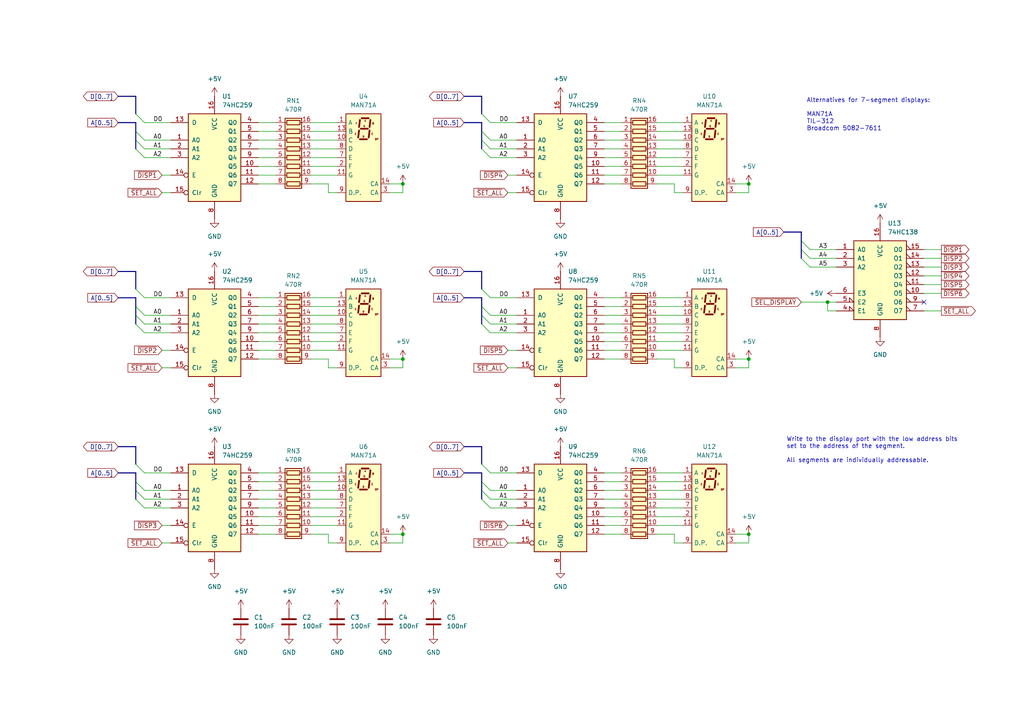
<source format=kicad_sch>
(kicad_sch (version 20231120) (generator "eeschema") (generator_version "8.0")
  (paper "A4")
  (title_block (title "Generic Front Panel FP-01") (date "May 2025") (rev "1") (comment 1 "Copyright (c) 2025 Rhys Weatherley") (comment 3 "7-Segment Displays"))
  (lib_symbols
    (symbol "74xx:74LS138" (pin_names (offset 1.016))
      (property "Reference" "U" (at -7.62 11.43 0))
      (property "Value" "74LS138" (at -7.62 -13.97 0))
      (symbol "74LS138_1_0"
        (pin input line (at -12.7 7.62 0) (length 5.08) (name "A0") (number "1"))
        (pin output output_low (at 12.7 -5.08 180) (length 5.08) (name "O5") (number "10"))
        (pin output output_low (at 12.7 -2.54 180) (length 5.08) (name "O4") (number "11"))
        (pin output output_low (at 12.7 0 180) (length 5.08) (name "O3") (number "12"))
        (pin output output_low (at 12.7 2.54 180) (length 5.08) (name "O2") (number "13"))
        (pin output output_low (at 12.7 5.08 180) (length 5.08) (name "O1") (number "14"))
        (pin output output_low (at 12.7 7.62 180) (length 5.08) (name "O0") (number "15"))
        (pin power_in line (at 0 15.24 270) (length 5.08) (name "VCC") (number "16"))
        (pin input line (at -12.7 5.08 0) (length 5.08) (name "A1") (number "2"))
        (pin input line (at -12.7 2.54 0) (length 5.08) (name "A2") (number "3"))
        (pin input input_low (at -12.7 -10.16 0) (length 5.08) (name "E1") (number "4"))
        (pin input input_low (at -12.7 -7.62 0) (length 5.08) (name "E2") (number "5"))
        (pin input line (at -12.7 -5.08 0) (length 5.08) (name "E3") (number "6"))
        (pin output output_low (at 12.7 -10.16 180) (length 5.08) (name "O7") (number "7"))
        (pin power_in line (at 0 -17.78 90) (length 5.08) (name "GND") (number "8"))
        (pin output output_low (at 12.7 -7.62 180) (length 5.08) (name "O6") (number "9"))
      )
      (symbol "74LS138_1_1"
        (rectangle (start -7.62 10.16) (end 7.62 -12.7) (stroke (width 0.254)) (fill (type background)))
      )
    )
    (symbol "74xx:74LS259" (pin_names (offset 1.016))
      (property "Reference" "U" (at -7.62 13.97 0))
      (property "Value" "74LS259" (at -7.62 -13.97 0))
      (symbol "74LS259_1_0"
        (pin input line (at -12.7 5.08 0) (length 5.08) (name "A0") (number "1"))
        (pin output line (at 12.7 -2.54 180) (length 5.08) (name "Q5") (number "10"))
        (pin output line (at 12.7 -5.08 180) (length 5.08) (name "Q6") (number "11"))
        (pin output line (at 12.7 -7.62 180) (length 5.08) (name "Q7") (number "12"))
        (pin input line (at -12.7 10.16 0) (length 5.08) (name "D") (number "13"))
        (pin input inverted (at -12.7 -5.08 0) (length 5.08) (name "E") (number "14"))
        (pin input inverted (at -12.7 -10.16 0) (length 5.08) (name "Clr") (number "15"))
        (pin power_in line (at 0 17.78 270) (length 5.08) (name "VCC") (number "16"))
        (pin input line (at -12.7 2.54 0) (length 5.08) (name "A1") (number "2"))
        (pin input line (at -12.7 0 0) (length 5.08) (name "A2") (number "3"))
        (pin output line (at 12.7 10.16 180) (length 5.08) (name "Q0") (number "4"))
        (pin output line (at 12.7 7.62 180) (length 5.08) (name "Q1") (number "5"))
        (pin output line (at 12.7 5.08 180) (length 5.08) (name "Q2") (number "6"))
        (pin output line (at 12.7 2.54 180) (length 5.08) (name "Q3") (number "7"))
        (pin power_in line (at 0 -17.78 90) (length 5.08) (name "GND") (number "8"))
        (pin output line (at 12.7 0 180) (length 5.08) (name "Q4") (number "9"))
      )
      (symbol "74LS259_1_1"
        (rectangle (start -7.62 12.7) (end 7.62 -12.7) (stroke (width 0.254)) (fill (type background)))
      )
    )
    (symbol "Device:C" (pin_numbers hide) (pin_names (offset 0.254))
      (property "Reference" "C" (at 0.635 2.54 0))
      (property "Value" "C" (at 0.635 -2.54 0))
      (symbol "C_0_1"
        (polyline (pts (xy -2.032 -0.762) (xy 2.032 -0.762)) (stroke (width 0.508)))
        (polyline (pts (xy -2.032 0.762) (xy 2.032 0.762)) (stroke (width 0.508)))
      )
      (symbol "C_1_1"
        (pin passive line (at 0 3.81 270) (length 2.794) (name "~") (number "1"))
        (pin passive line (at 0 -3.81 90) (length 2.794) (name "~") (number "2"))
      )
    )
    (symbol "Device:R_Pack08" (pin_names (offset 0) hide)
      (property "Reference" "RN" (at -12.7 0 90))
      (property "Value" "R_Pack08" (at 10.16 0 90))
      (symbol "R_Pack08_0_1"
        (rectangle (start -11.43 -2.413) (end 8.89 2.413) (stroke (width 0.254)) (fill (type background)))
        (rectangle (start -10.795 1.905) (end -9.525 -1.905) (stroke (width 0.254)))
        (rectangle (start -8.255 1.905) (end -6.985 -1.905) (stroke (width 0.254)))
        (rectangle (start -5.715 1.905) (end -4.445 -1.905) (stroke (width 0.254)))
        (rectangle (start -3.175 1.905) (end -1.905 -1.905) (stroke (width 0.254)))
        (rectangle (start -0.635 1.905) (end 0.635 -1.905) (stroke (width 0.254)))
        (polyline (pts (xy -10.16 -2.54) (xy -10.16 -1.905)))
        (polyline (pts (xy -10.16 1.905) (xy -10.16 2.54)))
        (polyline (pts (xy -7.62 -2.54) (xy -7.62 -1.905)))
        (polyline (pts (xy -7.62 1.905) (xy -7.62 2.54)))
        (polyline (pts (xy -5.08 -2.54) (xy -5.08 -1.905)))
        (polyline (pts (xy -5.08 1.905) (xy -5.08 2.54)))
        (polyline (pts (xy -2.54 -2.54) (xy -2.54 -1.905)))
        (polyline (pts (xy -2.54 1.905) (xy -2.54 2.54)))
        (polyline (pts (xy 0 -2.54) (xy 0 -1.905)))
        (polyline (pts (xy 0 1.905) (xy 0 2.54)))
        (polyline (pts (xy 2.54 -2.54) (xy 2.54 -1.905)))
        (polyline (pts (xy 2.54 1.905) (xy 2.54 2.54)))
        (polyline (pts (xy 5.08 -2.54) (xy 5.08 -1.905)))
        (polyline (pts (xy 5.08 1.905) (xy 5.08 2.54)))
        (polyline (pts (xy 7.62 -2.54) (xy 7.62 -1.905)))
        (polyline (pts (xy 7.62 1.905) (xy 7.62 2.54)))
        (rectangle (start 1.905 1.905) (end 3.175 -1.905) (stroke (width 0.254)))
        (rectangle (start 4.445 1.905) (end 5.715 -1.905) (stroke (width 0.254)))
        (rectangle (start 6.985 1.905) (end 8.255 -1.905) (stroke (width 0.254)))
      )
      (symbol "R_Pack08_1_1"
        (pin passive line (at -10.16 -5.08 90) (length 2.54) (name "R1.1") (number "1"))
        (pin passive line (at 5.08 5.08 270) (length 2.54) (name "R7.2") (number "10"))
        (pin passive line (at 2.54 5.08 270) (length 2.54) (name "R6.2") (number "11"))
        (pin passive line (at 0 5.08 270) (length 2.54) (name "R5.2") (number "12"))
        (pin passive line (at -2.54 5.08 270) (length 2.54) (name "R4.2") (number "13"))
        (pin passive line (at -5.08 5.08 270) (length 2.54) (name "R3.2") (number "14"))
        (pin passive line (at -7.62 5.08 270) (length 2.54) (name "R2.2") (number "15"))
        (pin passive line (at -10.16 5.08 270) (length 2.54) (name "R1.2") (number "16"))
        (pin passive line (at -7.62 -5.08 90) (length 2.54) (name "R2.1") (number "2"))
        (pin passive line (at -5.08 -5.08 90) (length 2.54) (name "R3.1") (number "3"))
        (pin passive line (at -2.54 -5.08 90) (length 2.54) (name "R4.1") (number "4"))
        (pin passive line (at 0 -5.08 90) (length 2.54) (name "R5.1") (number "5"))
        (pin passive line (at 2.54 -5.08 90) (length 2.54) (name "R6.1") (number "6"))
        (pin passive line (at 5.08 -5.08 90) (length 2.54) (name "R7.1") (number "7"))
        (pin passive line (at 7.62 -5.08 90) (length 2.54) (name "R8.1") (number "8"))
        (pin passive line (at 7.62 5.08 270) (length 2.54) (name "R8.2") (number "9"))
      )
    )
    (symbol "Display_Character:MAN71A" (pin_names (offset 0.635))
      (property "Reference" "U" (at -2.54 13.97 0))
      (property "Value" "MAN71A" (at 3.556 -14.224 0))
      (symbol "MAN71A_0_0"
        (text "A" (at 0.508 10.668 0) (effects (font (size 0.508 0.508))))
        (text "B" (at 2.794 9.906 0) (effects (font (size 0.508 0.508))))
        (text "C" (at 2.54 6.858 0) (effects (font (size 0.508 0.508))))
        (text "D" (at 0 6.096 0) (effects (font (size 0.508 0.508))))
        (text "DP" (at 3.81 5.334 0) (effects (font (size 0.508 0.508))))
        (text "E" (at -2.286 6.858 0) (effects (font (size 0.508 0.508))))
        (text "F" (at -2.032 9.906 0) (effects (font (size 0.508 0.508))))
        (text "G" (at 0.254 9.144 0) (effects (font (size 0.508 0.508))))
      )
      (symbol "MAN71A_0_1"
        (rectangle (start -5.08 12.7) (end 5.08 -12.7) (stroke (width 0.254)) (fill (type background)))
        (polyline (pts (xy -1.27 7.874) (xy -1.524 5.842)) (stroke (width 0.508)))
        (polyline (pts (xy -1.016 5.334) (xy 1.016 5.334)) (stroke (width 0.508)))
        (polyline (pts (xy -1.016 10.922) (xy -1.27 8.89)) (stroke (width 0.508)))
        (polyline (pts (xy -0.762 8.382) (xy 1.27 8.382)) (stroke (width 0.508)))
        (polyline (pts (xy -0.508 11.43) (xy 1.524 11.43)) (stroke (width 0.508)))
        (polyline (pts (xy 1.778 7.874) (xy 1.524 5.842)) (stroke (width 0.508)))
        (polyline (pts (xy 2.032 10.922) (xy 1.778 8.89)) (stroke (width 0.508)))
        (polyline (pts (xy 2.794 5.334) (xy 2.794 5.334)) (stroke (width 0.508)))
      )
      (symbol "MAN71A_1_1"
        (pin input line (at -7.62 10.16 0) (length 2.54) (name "A") (number "1"))
        (pin input line (at -7.62 5.08 0) (length 2.54) (name "C") (number "10"))
        (pin input line (at -7.62 -5.08 0) (length 2.54) (name "G") (number "11"))
        (pin no_connect line (at 5.08 -5.08 180) (length 2.54) hide (name "NC") (number "12"))
        (pin input line (at -7.62 7.62 0) (length 2.54) (name "B") (number "13"))
        (pin input line (at 7.62 -7.62 180) (length 2.54) (name "CA") (number "14"))
        (pin input line (at -7.62 -2.54 0) (length 2.54) (name "F") (number "2"))
        (pin input line (at 7.62 -10.16 180) (length 2.54) (name "CA") (number "3"))
        (pin no_connect line (at 5.08 2.54 180) (length 2.54) hide (name "NC") (number "4"))
        (pin no_connect line (at 5.08 0 180) (length 2.54) hide (name "NC") (number "5"))
        (pin no_connect line (at 5.08 -2.54 180) (length 2.54) hide (name "NC") (number "6"))
        (pin input line (at -7.62 0 0) (length 2.54) (name "E") (number "7"))
        (pin input line (at -7.62 2.54 0) (length 2.54) (name "D") (number "8"))
        (pin input line (at -7.62 -10.16 0) (length 2.54) (name "D.P.") (number "9"))
      )
    )
    (symbol "power:+5V" (power) (pin_numbers hide) (pin_names (offset 0) hide)
      (property "Value" "+5V" (at 0 3.556 0))
      (symbol "+5V_0_1"
        (polyline (pts (xy -0.762 1.27) (xy 0 2.54)))
        (polyline (pts (xy 0 0) (xy 0 2.54)))
        (polyline (pts (xy 0 2.54) (xy 0.762 1.27)))
      )
      (symbol "+5V_1_1"
        (pin power_in line (at 0 0 90) (length 0) (name "~") (number "1"))
      )
    )
    (symbol "power:GND" (power) (pin_numbers hide) (pin_names (offset 0) hide)
      (property "Value" "GND" (at 0 -3.81 0))
      (symbol "GND_0_1"
        (polyline (pts (xy 0 0) (xy 0 -1.27) (xy 1.27 -1.27) (xy 0 -2.54) (xy -1.27 -1.27) (xy 0 -1.27)))
      )
      (symbol "GND_1_1"
        (pin power_in line (at 0 0 270) (length 0) (name "~") (number "1"))
      )
    )
  )
  (junction (at 116.84 154.94))
  (junction (at 217.17 154.94))
  (junction (at 217.17 53.34))
  (junction (at 217.17 104.14))
  (junction (at 240.03 87.63))
  (junction (at 116.84 53.34))
  (junction (at 116.84 104.14))
  (no_connect (at 267.97 87.63))
  (bus_entry (at 139.7 83.82) (size 2.54 2.54))
  (bus_entry (at 39.37 91.44) (size 2.54 2.54))
  (bus_entry (at 139.7 88.9) (size 2.54 2.54))
  (bus_entry (at 139.7 134.62) (size 2.54 2.54))
  (bus_entry (at 39.37 142.24) (size 2.54 2.54))
  (bus_entry (at 39.37 43.18) (size 2.54 2.54))
  (bus_entry (at 139.7 91.44) (size 2.54 2.54))
  (bus_entry (at 139.7 40.64) (size 2.54 2.54))
  (bus_entry (at 139.7 38.1) (size 2.54 2.54))
  (bus_entry (at 39.37 139.7) (size 2.54 2.54))
  (bus_entry (at 39.37 134.62) (size 2.54 2.54))
  (bus_entry (at 139.7 139.7) (size 2.54 2.54))
  (bus_entry (at 39.37 93.98) (size 2.54 2.54))
  (bus_entry (at 139.7 43.18) (size 2.54 2.54))
  (bus_entry (at 139.7 93.98) (size 2.54 2.54))
  (bus_entry (at 139.7 144.78) (size 2.54 2.54))
  (bus_entry (at 232.41 74.93) (size 2.54 2.54))
  (bus_entry (at 139.7 142.24) (size 2.54 2.54))
  (bus_entry (at 139.7 33.02) (size 2.54 2.54))
  (bus_entry (at 39.37 88.9) (size 2.54 2.54))
  (bus_entry (at 39.37 83.82) (size 2.54 2.54))
  (bus_entry (at 232.41 69.85) (size 2.54 2.54))
  (bus_entry (at 39.37 38.1) (size 2.54 2.54))
  (bus_entry (at 39.37 144.78) (size 2.54 2.54))
  (bus_entry (at 232.41 72.39) (size 2.54 2.54))
  (bus_entry (at 39.37 33.02) (size 2.54 2.54))
  (bus_entry (at 39.37 40.64) (size 2.54 2.54))
  (wire (pts (xy 190.5 91.44) (xy 198.12 91.44)))
  (wire (pts (xy 234.95 74.93) (xy 242.57 74.93)))
  (wire (pts (xy 190.5 147.32) (xy 198.12 147.32)))
  (bus (pts (xy 139.7 40.64) (xy 139.7 38.1)))
  (wire (pts (xy 90.17 50.8) (xy 97.79 50.8)))
  (wire (pts (xy 190.5 48.26) (xy 198.12 48.26)))
  (wire (pts (xy 90.17 86.36) (xy 97.79 86.36)))
  (wire (pts (xy 46.99 55.88) (xy 49.53 55.88)))
  (bus (pts (xy 39.37 129.54) (xy 39.37 134.62)))
  (wire (pts (xy 74.93 35.56) (xy 80.01 35.56)))
  (wire (pts (xy 217.17 55.88) (xy 217.17 53.34)))
  (wire (pts (xy 175.26 86.36) (xy 180.34 86.36)))
  (bus (pts (xy 139.7 93.98) (xy 139.7 91.44)))
  (wire (pts (xy 175.26 144.78) (xy 180.34 144.78)))
  (wire (pts (xy 41.91 144.78) (xy 49.53 144.78)))
  (bus (pts (xy 39.37 144.78) (xy 39.37 142.24)))
  (wire (pts (xy 90.17 91.44) (xy 97.79 91.44)))
  (wire (pts (xy 175.26 104.14) (xy 180.34 104.14)))
  (wire (pts (xy 267.97 85.09) (xy 273.05 85.09)))
  (wire (pts (xy 190.5 45.72) (xy 198.12 45.72)))
  (wire (pts (xy 113.03 154.94) (xy 116.84 154.94)))
  (wire (pts (xy 190.5 149.86) (xy 198.12 149.86)))
  (wire (pts (xy 198.12 106.68) (xy 195.58 106.68)))
  (wire (pts (xy 74.93 137.16) (xy 80.01 137.16)))
  (wire (pts (xy 95.25 106.68) (xy 95.25 104.14)))
  (bus (pts (xy 34.29 78.74) (xy 39.37 78.74)))
  (wire (pts (xy 190.5 53.34) (xy 195.58 53.34)))
  (wire (pts (xy 175.26 152.4) (xy 180.34 152.4)))
  (wire (pts (xy 90.17 96.52) (xy 97.79 96.52)))
  (wire (pts (xy 90.17 142.24) (xy 97.79 142.24)))
  (wire (pts (xy 90.17 93.98) (xy 97.79 93.98)))
  (bus (pts (xy 134.62 27.94) (xy 139.7 27.94)))
  (wire (pts (xy 74.93 139.7) (xy 80.01 139.7)))
  (wire (pts (xy 41.91 93.98) (xy 49.53 93.98)))
  (wire (pts (xy 190.5 137.16) (xy 198.12 137.16)))
  (wire (pts (xy 190.5 43.18) (xy 198.12 43.18)))
  (wire (pts (xy 142.24 45.72) (xy 149.86 45.72)))
  (bus (pts (xy 139.7 91.44) (xy 139.7 88.9)))
  (wire (pts (xy 74.93 149.86) (xy 80.01 149.86)))
  (wire (pts (xy 217.17 106.68) (xy 217.17 104.14)))
  (wire (pts (xy 267.97 74.93) (xy 273.05 74.93)))
  (wire (pts (xy 267.97 72.39) (xy 273.05 72.39)))
  (bus (pts (xy 134.62 35.56) (xy 139.7 35.56)))
  (wire (pts (xy 147.32 101.6) (xy 149.86 101.6)))
  (wire (pts (xy 142.24 40.64) (xy 149.86 40.64)))
  (wire (pts (xy 175.26 137.16) (xy 180.34 137.16)))
  (wire (pts (xy 90.17 53.34) (xy 95.25 53.34)))
  (wire (pts (xy 142.24 86.36) (xy 149.86 86.36)))
  (bus (pts (xy 134.62 137.16) (xy 139.7 137.16)))
  (wire (pts (xy 142.24 144.78) (xy 149.86 144.78)))
  (wire (pts (xy 175.26 38.1) (xy 180.34 38.1)))
  (wire (pts (xy 190.5 154.94) (xy 195.58 154.94)))
  (wire (pts (xy 41.91 40.64) (xy 49.53 40.64)))
  (wire (pts (xy 90.17 154.94) (xy 95.25 154.94)))
  (wire (pts (xy 175.26 142.24) (xy 180.34 142.24)))
  (wire (pts (xy 175.26 101.6) (xy 180.34 101.6)))
  (wire (pts (xy 74.93 152.4) (xy 80.01 152.4)))
  (wire (pts (xy 74.93 48.26) (xy 80.01 48.26)))
  (wire (pts (xy 175.26 40.64) (xy 180.34 40.64)))
  (wire (pts (xy 232.41 87.63) (xy 240.03 87.63)))
  (wire (pts (xy 213.36 104.14) (xy 217.17 104.14)))
  (wire (pts (xy 95.25 157.48) (xy 95.25 154.94)))
  (wire (pts (xy 46.99 152.4) (xy 49.53 152.4)))
  (wire (pts (xy 74.93 43.18) (xy 80.01 43.18)))
  (wire (pts (xy 90.17 40.64) (xy 97.79 40.64)))
  (wire (pts (xy 190.5 88.9) (xy 198.12 88.9)))
  (wire (pts (xy 142.24 43.18) (xy 149.86 43.18)))
  (wire (pts (xy 240.03 90.17) (xy 240.03 87.63)))
  (wire (pts (xy 74.93 142.24) (xy 80.01 142.24)))
  (wire (pts (xy 267.97 80.01) (xy 273.05 80.01)))
  (bus (pts (xy 134.62 78.74) (xy 139.7 78.74)))
  (wire (pts (xy 41.91 91.44) (xy 49.53 91.44)))
  (wire (pts (xy 97.79 55.88) (xy 95.25 55.88)))
  (wire (pts (xy 190.5 93.98) (xy 198.12 93.98)))
  (wire (pts (xy 175.26 50.8) (xy 180.34 50.8)))
  (wire (pts (xy 74.93 53.34) (xy 80.01 53.34)))
  (wire (pts (xy 190.5 101.6) (xy 198.12 101.6)))
  (wire (pts (xy 90.17 38.1) (xy 97.79 38.1)))
  (wire (pts (xy 175.26 149.86) (xy 180.34 149.86)))
  (wire (pts (xy 74.93 154.94) (xy 80.01 154.94)))
  (wire (pts (xy 147.32 50.8) (xy 149.86 50.8)))
  (wire (pts (xy 175.26 88.9) (xy 180.34 88.9)))
  (wire (pts (xy 90.17 101.6) (xy 97.79 101.6)))
  (wire (pts (xy 41.91 45.72) (xy 49.53 45.72)))
  (wire (pts (xy 190.5 139.7) (xy 198.12 139.7)))
  (wire (pts (xy 267.97 77.47) (xy 273.05 77.47)))
  (wire (pts (xy 213.36 53.34) (xy 217.17 53.34)))
  (wire (pts (xy 113.03 157.48) (xy 116.84 157.48)))
  (wire (pts (xy 113.03 53.34) (xy 116.84 53.34)))
  (wire (pts (xy 190.5 40.64) (xy 198.12 40.64)))
  (wire (pts (xy 113.03 104.14) (xy 116.84 104.14)))
  (wire (pts (xy 113.03 55.88) (xy 116.84 55.88)))
  (wire (pts (xy 217.17 157.48) (xy 217.17 154.94)))
  (wire (pts (xy 175.26 99.06) (xy 180.34 99.06)))
  (wire (pts (xy 267.97 82.55) (xy 273.05 82.55)))
  (bus (pts (xy 139.7 142.24) (xy 139.7 139.7)))
  (wire (pts (xy 90.17 99.06) (xy 97.79 99.06)))
  (wire (pts (xy 41.91 96.52) (xy 49.53 96.52)))
  (wire (pts (xy 90.17 149.86) (xy 97.79 149.86)))
  (bus (pts (xy 34.29 27.94) (xy 39.37 27.94)))
  (wire (pts (xy 74.93 144.78) (xy 80.01 144.78)))
  (wire (pts (xy 41.91 147.32) (xy 49.53 147.32)))
  (bus (pts (xy 134.62 86.36) (xy 139.7 86.36)))
  (wire (pts (xy 190.5 144.78) (xy 198.12 144.78)))
  (wire (pts (xy 175.26 147.32) (xy 180.34 147.32)))
  (bus (pts (xy 139.7 78.74) (xy 139.7 83.82)))
  (wire (pts (xy 74.93 91.44) (xy 80.01 91.44)))
  (bus (pts (xy 39.37 139.7) (xy 39.37 137.16)))
  (wire (pts (xy 190.5 99.06) (xy 198.12 99.06)))
  (wire (pts (xy 190.5 50.8) (xy 198.12 50.8)))
  (wire (pts (xy 195.58 157.48) (xy 195.58 154.94)))
  (wire (pts (xy 90.17 137.16) (xy 97.79 137.16)))
  (bus (pts (xy 139.7 27.94) (xy 139.7 33.02)))
  (bus (pts (xy 134.62 129.54) (xy 139.7 129.54)))
  (wire (pts (xy 213.36 55.88) (xy 217.17 55.88)))
  (bus (pts (xy 39.37 40.64) (xy 39.37 38.1)))
  (wire (pts (xy 90.17 48.26) (xy 97.79 48.26)))
  (wire (pts (xy 190.5 104.14) (xy 195.58 104.14)))
  (wire (pts (xy 242.57 90.17) (xy 240.03 90.17)))
  (wire (pts (xy 198.12 55.88) (xy 195.58 55.88)))
  (wire (pts (xy 190.5 96.52) (xy 198.12 96.52)))
  (wire (pts (xy 41.91 86.36) (xy 49.53 86.36)))
  (wire (pts (xy 147.32 157.48) (xy 149.86 157.48)))
  (wire (pts (xy 195.58 106.68) (xy 195.58 104.14)))
  (wire (pts (xy 46.99 106.68) (xy 49.53 106.68)))
  (bus (pts (xy 34.29 35.56) (xy 39.37 35.56)))
  (bus (pts (xy 34.29 129.54) (xy 39.37 129.54)))
  (wire (pts (xy 175.26 91.44) (xy 180.34 91.44)))
  (wire (pts (xy 142.24 96.52) (xy 149.86 96.52)))
  (wire (pts (xy 142.24 35.56) (xy 149.86 35.56)))
  (bus (pts (xy 139.7 43.18) (xy 139.7 40.64)))
  (wire (pts (xy 90.17 35.56) (xy 97.79 35.56)))
  (wire (pts (xy 213.36 157.48) (xy 217.17 157.48)))
  (wire (pts (xy 175.26 45.72) (xy 180.34 45.72)))
  (wire (pts (xy 147.32 152.4) (xy 149.86 152.4)))
  (wire (pts (xy 46.99 157.48) (xy 49.53 157.48)))
  (wire (pts (xy 175.26 96.52) (xy 180.34 96.52)))
  (bus (pts (xy 39.37 38.1) (xy 39.37 35.56)))
  (bus (pts (xy 39.37 78.74) (xy 39.37 83.82)))
  (wire (pts (xy 175.26 93.98) (xy 180.34 93.98)))
  (wire (pts (xy 74.93 40.64) (xy 80.01 40.64)))
  (bus (pts (xy 139.7 139.7) (xy 139.7 137.16)))
  (bus (pts (xy 34.29 86.36) (xy 39.37 86.36)))
  (wire (pts (xy 234.95 77.47) (xy 242.57 77.47)))
  (wire (pts (xy 142.24 91.44) (xy 149.86 91.44)))
  (bus (pts (xy 39.37 93.98) (xy 39.37 91.44)))
  (wire (pts (xy 142.24 147.32) (xy 149.86 147.32)))
  (bus (pts (xy 227.33 67.31) (xy 232.41 67.31)))
  (wire (pts (xy 175.26 35.56) (xy 180.34 35.56)))
  (wire (pts (xy 74.93 88.9) (xy 80.01 88.9)))
  (wire (pts (xy 90.17 152.4) (xy 97.79 152.4)))
  (bus (pts (xy 139.7 38.1) (xy 139.7 35.56)))
  (wire (pts (xy 74.93 38.1) (xy 80.01 38.1)))
  (bus (pts (xy 39.37 91.44) (xy 39.37 88.9)))
  (wire (pts (xy 175.26 43.18) (xy 180.34 43.18)))
  (wire (pts (xy 74.93 93.98) (xy 80.01 93.98)))
  (wire (pts (xy 97.79 157.48) (xy 95.25 157.48)))
  (wire (pts (xy 190.5 35.56) (xy 198.12 35.56)))
  (bus (pts (xy 232.41 74.93) (xy 232.41 72.39)))
  (wire (pts (xy 190.5 38.1) (xy 198.12 38.1)))
  (wire (pts (xy 113.03 106.68) (xy 116.84 106.68)))
  (wire (pts (xy 175.26 139.7) (xy 180.34 139.7)))
  (wire (pts (xy 46.99 50.8) (xy 49.53 50.8)))
  (wire (pts (xy 90.17 45.72) (xy 97.79 45.72)))
  (wire (pts (xy 234.95 72.39) (xy 242.57 72.39)))
  (wire (pts (xy 116.84 55.88) (xy 116.84 53.34)))
  (wire (pts (xy 95.25 55.88) (xy 95.25 53.34)))
  (wire (pts (xy 46.99 101.6) (xy 49.53 101.6)))
  (wire (pts (xy 74.93 45.72) (xy 80.01 45.72)))
  (wire (pts (xy 198.12 157.48) (xy 195.58 157.48)))
  (bus (pts (xy 232.41 69.85) (xy 232.41 67.31)))
  (bus (pts (xy 139.7 129.54) (xy 139.7 134.62)))
  (wire (pts (xy 74.93 96.52) (xy 80.01 96.52)))
  (wire (pts (xy 147.32 106.68) (xy 149.86 106.68)))
  (wire (pts (xy 90.17 104.14) (xy 95.25 104.14)))
  (bus (pts (xy 39.37 43.18) (xy 39.37 40.64)))
  (wire (pts (xy 90.17 43.18) (xy 97.79 43.18)))
  (wire (pts (xy 195.58 55.88) (xy 195.58 53.34)))
  (wire (pts (xy 90.17 139.7) (xy 97.79 139.7)))
  (wire (pts (xy 213.36 154.94) (xy 217.17 154.94)))
  (wire (pts (xy 90.17 144.78) (xy 97.79 144.78)))
  (wire (pts (xy 116.84 157.48) (xy 116.84 154.94)))
  (wire (pts (xy 240.03 87.63) (xy 242.57 87.63)))
  (wire (pts (xy 147.32 55.88) (xy 149.86 55.88)))
  (wire (pts (xy 74.93 86.36) (xy 80.01 86.36)))
  (wire (pts (xy 213.36 106.68) (xy 217.17 106.68)))
  (wire (pts (xy 175.26 48.26) (xy 180.34 48.26)))
  (wire (pts (xy 267.97 90.17) (xy 273.05 90.17)))
  (wire (pts (xy 74.93 104.14) (xy 80.01 104.14)))
  (wire (pts (xy 190.5 86.36) (xy 198.12 86.36)))
  (wire (pts (xy 41.91 142.24) (xy 49.53 142.24)))
  (wire (pts (xy 41.91 137.16) (xy 49.53 137.16)))
  (wire (pts (xy 97.79 106.68) (xy 95.25 106.68)))
  (wire (pts (xy 142.24 93.98) (xy 149.86 93.98)))
  (wire (pts (xy 175.26 154.94) (xy 180.34 154.94)))
  (bus (pts (xy 39.37 142.24) (xy 39.37 139.7)))
  (wire (pts (xy 74.93 147.32) (xy 80.01 147.32)))
  (wire (pts (xy 116.84 106.68) (xy 116.84 104.14)))
  (wire (pts (xy 142.24 142.24) (xy 149.86 142.24)))
  (wire (pts (xy 142.24 137.16) (xy 149.86 137.16)))
  (wire (pts (xy 41.91 35.56) (xy 49.53 35.56)))
  (bus (pts (xy 34.29 137.16) (xy 39.37 137.16)))
  (bus (pts (xy 39.37 88.9) (xy 39.37 86.36)))
  (wire (pts (xy 41.91 43.18) (xy 49.53 43.18)))
  (bus (pts (xy 139.7 88.9) (xy 139.7 86.36)))
  (bus (pts (xy 232.41 72.39) (xy 232.41 69.85)))
  (bus (pts (xy 39.37 27.94) (xy 39.37 33.02)))
  (wire (pts (xy 90.17 147.32) (xy 97.79 147.32)))
  (wire (pts (xy 190.5 142.24) (xy 198.12 142.24)))
  (wire (pts (xy 74.93 101.6) (xy 80.01 101.6)))
  (wire (pts (xy 74.93 99.06) (xy 80.01 99.06)))
  (wire (pts (xy 175.26 53.34) (xy 180.34 53.34)))
  (bus (pts (xy 139.7 144.78) (xy 139.7 142.24)))
  (wire (pts (xy 74.93 50.8) (xy 80.01 50.8)))
  (wire (pts (xy 90.17 88.9) (xy 97.79 88.9)))
  (wire (pts (xy 190.5 152.4) (xy 198.12 152.4)))
  (text "Write to the display port with the low address bits\nset to the address of the segment.\n\nAll segments are individually addressable." (at 228.092 130.556 0) (effects (font (size 1.27 1.27)) (justify left)))
  (text "Alternatives for 7-segment displays:\n\nMAN71A\nTIL-312\nBroadcom 5082-7611" (at 233.934 33.274 0) (effects (font (size 1.27 1.27)) (justify left)))
  (label "A1" (at 44.45 43.18 0))
  (label "A5" (at 237.49 77.47 0))
  (label "A0" (at 144.78 91.44 0))
  (label "A1" (at 144.78 93.98 0))
  (label "A0" (at 44.45 142.24 0))
  (label "D0" (at 44.45 86.36 0))
  (label "A1" (at 44.45 93.98 0))
  (label "A2" (at 144.78 45.72 0))
  (label "A1" (at 44.45 144.78 0))
  (label "A2" (at 44.45 45.72 0))
  (label "D0" (at 144.78 137.16 0))
  (label "A0" (at 144.78 142.24 0))
  (label "D0" (at 44.45 35.56 0))
  (label "A2" (at 144.78 96.52 0))
  (label "A1" (at 144.78 144.78 0))
  (label "A1" (at 144.78 43.18 0))
  (label "D0" (at 44.45 137.16 0))
  (label "A2" (at 144.78 147.32 0))
  (label "A0" (at 44.45 40.64 0))
  (label "A2" (at 44.45 96.52 0))
  (label "A0" (at 144.78 40.64 0))
  (label "A2" (at 44.45 147.32 0))
  (label "A0" (at 44.45 91.44 0))
  (label "A3" (at 237.49 72.39 0))
  (label "D0" (at 144.78 86.36 0))
  (label "D0" (at 144.78 35.56 0))
  (label "A4" (at 237.49 74.93 0))
  (global_label "D[0..7]" (shape bidirectional) (at 134.62 129.54 180) (property "Intersheetrefs" "${INTERSHEET_REFS}" (effects (hide yes))))
  (global_label "~{DISP2}" (shape output) (at 273.05 74.93 0) (property "Intersheetrefs" "${INTERSHEET_REFS}" (effects (hide yes))))
  (global_label "~{DISP4}" (shape output) (at 273.05 80.01 0) (property "Intersheetrefs" "${INTERSHEET_REFS}" (effects (hide yes))))
  (global_label "A[0..5]" (shape input) (at 34.29 35.56 180) (property "Intersheetrefs" "${INTERSHEET_REFS}" (effects (hide yes))))
  (global_label "~{SET_ALL}" (shape input) (at 147.32 157.48 180) (property "Intersheetrefs" "${INTERSHEET_REFS}" (effects (hide yes))))
  (global_label "~{SET_ALL}" (shape input) (at 147.32 55.88 180) (property "Intersheetrefs" "${INTERSHEET_REFS}" (effects (hide yes))))
  (global_label "~{DISP1}" (shape input) (at 46.99 50.8 180) (property "Intersheetrefs" "${INTERSHEET_REFS}" (effects (hide yes))))
  (global_label "D[0..7]" (shape bidirectional) (at 34.29 129.54 180) (property "Intersheetrefs" "${INTERSHEET_REFS}" (effects (hide yes))))
  (global_label "A[0..5]" (shape input) (at 34.29 86.36 180) (property "Intersheetrefs" "${INTERSHEET_REFS}" (effects (hide yes))))
  (global_label "A[0..5]" (shape input) (at 134.62 86.36 180) (property "Intersheetrefs" "${INTERSHEET_REFS}" (effects (hide yes))))
  (global_label "A[0..5]" (shape input) (at 34.29 137.16 180) (property "Intersheetrefs" "${INTERSHEET_REFS}" (effects (hide yes))))
  (global_label "D[0..7]" (shape bidirectional) (at 134.62 78.74 180) (property "Intersheetrefs" "${INTERSHEET_REFS}" (effects (hide yes))))
  (global_label "~{DISP2}" (shape input) (at 46.99 101.6 180) (property "Intersheetrefs" "${INTERSHEET_REFS}" (effects (hide yes))))
  (global_label "~{DISP4}" (shape input) (at 147.32 50.8 180) (property "Intersheetrefs" "${INTERSHEET_REFS}" (effects (hide yes))))
  (global_label "~{SET_ALL}" (shape input) (at 46.99 157.48 180) (property "Intersheetrefs" "${INTERSHEET_REFS}" (effects (hide yes))))
  (global_label "~{SET_ALL}" (shape input) (at 46.99 106.68 180) (property "Intersheetrefs" "${INTERSHEET_REFS}" (effects (hide yes))))
  (global_label "~{DISP3}" (shape input) (at 46.99 152.4 180) (property "Intersheetrefs" "${INTERSHEET_REFS}" (effects (hide yes))))
  (global_label "A[0..5]" (shape input) (at 227.33 67.31 180) (property "Intersheetrefs" "${INTERSHEET_REFS}" (effects (hide yes))))
  (global_label "~{DISP6}" (shape input) (at 147.32 152.4 180) (property "Intersheetrefs" "${INTERSHEET_REFS}" (effects (hide yes))))
  (global_label "~{DISP6}" (shape output) (at 273.05 85.09 0) (property "Intersheetrefs" "${INTERSHEET_REFS}" (effects (hide yes))))
  (global_label "~{DISP1}" (shape output) (at 273.05 72.39 0) (property "Intersheetrefs" "${INTERSHEET_REFS}" (effects (hide yes))))
  (global_label "~{SET_ALL}" (shape output) (at 273.05 90.17 0) (property "Intersheetrefs" "${INTERSHEET_REFS}" (effects (hide yes))))
  (global_label "D[0..7]" (shape bidirectional) (at 134.62 27.94 180) (property "Intersheetrefs" "${INTERSHEET_REFS}" (effects (hide yes))))
  (global_label "~{SEL_DISPLAY}" (shape input) (at 232.41 87.63 180) (property "Intersheetrefs" "${INTERSHEET_REFS}" (effects (hide yes))))
  (global_label "~{DISP5}" (shape output) (at 273.05 82.55 0) (property "Intersheetrefs" "${INTERSHEET_REFS}" (effects (hide yes))))
  (global_label "~{DISP3}" (shape output) (at 273.05 77.47 0) (property "Intersheetrefs" "${INTERSHEET_REFS}" (effects (hide yes))))
  (global_label "~{SET_ALL}" (shape input) (at 46.99 55.88 180) (property "Intersheetrefs" "${INTERSHEET_REFS}" (effects (hide yes))))
  (global_label "A[0..5]" (shape input) (at 134.62 35.56 180) (property "Intersheetrefs" "${INTERSHEET_REFS}" (effects (hide yes))))
  (global_label "A[0..5]" (shape input) (at 134.62 137.16 180) (property "Intersheetrefs" "${INTERSHEET_REFS}" (effects (hide yes))))
  (global_label "D[0..7]" (shape bidirectional) (at 34.29 78.74 180) (property "Intersheetrefs" "${INTERSHEET_REFS}" (effects (hide yes))))
  (global_label "D[0..7]" (shape bidirectional) (at 34.29 27.94 180) (property "Intersheetrefs" "${INTERSHEET_REFS}" (effects (hide yes))))
  (global_label "~{DISP5}" (shape input) (at 147.32 101.6 180) (property "Intersheetrefs" "${INTERSHEET_REFS}" (effects (hide yes))))
  (global_label "~{SET_ALL}" (shape input) (at 147.32 106.68 180) (property "Intersheetrefs" "${INTERSHEET_REFS}" (effects (hide yes))))
  (symbol (lib_id "74xx:74LS259") (at 162.56 45.72 0) (unit 1)
    (property "Reference" "U7" (at 164.7541 27.94 0) (effects (justify left)))
    (property "Value" "74HC259" (at 164.7541 30.48 0) (effects (justify left)))
    (property "Footprint" "Package_DIP:DIP-16_W7.62mm" (effects (hide yes)))
    (property "Datasheet" "http://www.ti.com/lit/gpn/sn74LS259" (effects (hide yes)))
    (property "Description" "8-bit addressable latch" (effects (hide yes)))
  )
  (symbol (lib_id "power:GND") (at 162.56 63.5 0) (unit 1)
    (property "Reference" "#PWR23" (effects (hide yes)))
    (property "Value" "GND" (at 162.56 68.58 0))
    (property "Description" "Power symbol creates a global label with name \"GND\" , ground" (effects (hide yes)))
  )
  (symbol (lib_id "power:GND") (at 162.56 165.1 0) (unit 1)
    (property "Reference" "#PWR27" (effects (hide yes)))
    (property "Value" "GND" (at 162.56 170.18 0))
    (property "Description" "Power symbol creates a global label with name \"GND\" , ground" (effects (hide yes)))
  )
  (symbol (lib_id "74xx:74LS138") (at 255.27 80.01 0) (unit 1)
    (property "Reference" "U13" (at 257.4641 64.77 0) (effects (justify left)))
    (property "Value" "74HC138" (at 257.4641 67.31 0) (effects (justify left)))
    (property "Footprint" "Package_DIP:DIP-16_W7.62mm" (effects (hide yes)))
    (property "Datasheet" "http://www.ti.com/lit/gpn/sn74LS138" (effects (hide yes)))
    (property "Description" "Decoder 3 to 8 active low outputs" (effects (hide yes)))
  )
  (symbol (lib_id "power:+5V") (at 162.56 129.54 0) (unit 1)
    (property "Reference" "#PWR26" (effects (hide yes)))
    (property "Value" "+5V" (at 162.56 124.46 0))
    (property "Description" "Power symbol creates a global label with name \"+5V\"" (effects (hide yes)))
  )
  (symbol (lib_id "power:+5V") (at 62.23 27.94 0) (unit 1)
    (property "Reference" "#PWR3" (effects (hide yes)))
    (property "Value" "+5V" (at 62.23 22.86 0))
    (property "Description" "Power symbol creates a global label with name \"+5V\"" (effects (hide yes)))
  )
  (symbol (lib_id "74xx:74LS259") (at 62.23 45.72 0) (unit 1)
    (property "Reference" "U1" (at 64.4241 27.94 0) (effects (justify left)))
    (property "Value" "74HC259" (at 64.4241 30.48 0) (effects (justify left)))
    (property "Footprint" "Package_DIP:DIP-16_W7.62mm" (effects (hide yes)))
    (property "Datasheet" "http://www.ti.com/lit/gpn/sn74LS259" (effects (hide yes)))
    (property "Description" "8-bit addressable latch" (effects (hide yes)))
  )
  (symbol (lib_id "Display_Character:MAN71A") (at 205.74 147.32 0) (unit 1)
    (property "Reference" "U12" (at 205.74 129.54 0))
    (property "Value" "MAN71A" (at 205.74 132.08 0))
    (property "Footprint" "Display_7Segment:MAN71A" (effects (hide yes)))
    (property "Datasheet" "https://www.digchip.com/datasheets/parts/datasheet/161/MAN3640A-pdf.php" (effects (hide yes)))
    (property "Description" "Single digit 7 segment red LED common anode right hand decimal" (effects (hide yes)))
  )
  (symbol (lib_id "Device:C") (at 97.79 180.34 0) (unit 1)
    (property "Reference" "C3" (at 101.6 179.0699 0) (effects (justify left)))
    (property "Value" "100nF" (at 101.6 181.6099 0) (effects (justify left)))
    (property "Footprint" "Capacitor_THT:C_Disc_D6.0mm_W2.5mm_P5.00mm" (effects (hide yes)))
  )
  (symbol (lib_id "Device:R_Pack08") (at 185.42 96.52 270) (unit 1)
    (property "Reference" "RN5" (at 185.42 80.01 90))
    (property "Value" "470R" (at 185.42 82.55 90))
    (property "Footprint" "Package_DIP:DIP-16_W7.62mm" (effects (hide yes)))
    (property "Description" "8 resistor network, parallel topology" (effects (hide yes)))
  )
  (symbol (lib_id "Display_Character:MAN71A") (at 205.74 45.72 0) (unit 1)
    (property "Reference" "U10" (at 205.74 27.94 0))
    (property "Value" "MAN71A" (at 205.74 30.48 0))
    (property "Footprint" "Display_7Segment:MAN71A" (effects (hide yes)))
    (property "Datasheet" "https://www.digchip.com/datasheets/parts/datasheet/161/MAN3640A-pdf.php" (effects (hide yes)))
    (property "Description" "Single digit 7 segment red LED common anode right hand decimal" (effects (hide yes)))
  )
  (symbol (lib_id "power:GND") (at 69.85 184.15 0) (unit 1)
    (property "Reference" "#PWR10" (effects (hide yes)))
    (property "Value" "GND" (at 69.85 189.23 0))
    (property "Description" "Power symbol creates a global label with name \"GND\" , ground" (effects (hide yes)))
  )
  (symbol (lib_id "power:+5V") (at 62.23 78.74 0) (unit 1)
    (property "Reference" "#PWR5" (effects (hide yes)))
    (property "Value" "+5V" (at 62.23 73.66 0))
    (property "Description" "Power symbol creates a global label with name \"+5V\"" (effects (hide yes)))
  )
  (symbol (lib_id "power:+5V") (at 125.73 176.53 0) (unit 1)
    (property "Reference" "#PWR20" (effects (hide yes)))
    (property "Value" "+5V" (at 125.73 171.45 0))
    (property "Description" "Power symbol creates a global label with name \"+5V\"" (effects (hide yes)))
  )
  (symbol (lib_id "74xx:74LS259") (at 62.23 96.52 0) (unit 1)
    (property "Reference" "U2" (at 64.4241 78.74 0) (effects (justify left)))
    (property "Value" "74HC259" (at 64.4241 81.28 0) (effects (justify left)))
    (property "Footprint" "Package_DIP:DIP-16_W7.62mm" (effects (hide yes)))
    (property "Datasheet" "http://www.ti.com/lit/gpn/sn74LS259" (effects (hide yes)))
    (property "Description" "8-bit addressable latch" (effects (hide yes)))
  )
  (symbol (lib_id "Device:R_Pack08") (at 185.42 147.32 270) (unit 1)
    (property "Reference" "RN6" (at 185.42 130.81 90))
    (property "Value" "470R" (at 185.42 133.35 90))
    (property "Footprint" "Package_DIP:DIP-16_W7.62mm" (effects (hide yes)))
    (property "Description" "8 resistor network, parallel topology" (effects (hide yes)))
  )
  (symbol (lib_id "Display_Character:MAN71A") (at 105.41 45.72 0) (unit 1)
    (property "Reference" "U4" (at 105.41 27.94 0))
    (property "Value" "MAN71A" (at 105.41 30.48 0))
    (property "Footprint" "Display_7Segment:MAN71A" (effects (hide yes)))
    (property "Datasheet" "https://www.digchip.com/datasheets/parts/datasheet/161/MAN3640A-pdf.php" (effects (hide yes)))
    (property "Description" "Single digit 7 segment red LED common anode right hand decimal" (effects (hide yes)))
  )
  (symbol (lib_id "power:+5V") (at 116.84 53.34 0) (unit 1)
    (property "Reference" "#PWR17" (effects (hide yes)))
    (property "Value" "+5V" (at 116.84 48.26 0))
    (property "Description" "Power symbol creates a global label with name \"+5V\"" (effects (hide yes)))
  )
  (symbol (lib_id "power:GND") (at 62.23 114.3 0) (unit 1)
    (property "Reference" "#PWR6" (effects (hide yes)))
    (property "Value" "GND" (at 62.23 119.38 0))
    (property "Description" "Power symbol creates a global label with name \"GND\" , ground" (effects (hide yes)))
  )
  (symbol (lib_id "Device:R_Pack08") (at 85.09 96.52 270) (unit 1)
    (property "Reference" "RN2" (at 85.09 80.01 90))
    (property "Value" "470R" (at 85.09 82.55 90))
    (property "Footprint" "Package_DIP:DIP-16_W7.62mm" (effects (hide yes)))
    (property "Description" "8 resistor network, parallel topology" (effects (hide yes)))
  )
  (symbol (lib_id "power:+5V") (at 242.57 85.09 90) (unit 1)
    (property "Reference" "#PWR31" (effects (hide yes)))
    (property "Value" "+5V" (at 238.76 85.0899 90) (effects (justify left)))
    (property "Description" "Power symbol creates a global label with name \"+5V\"" (effects (hide yes)))
  )
  (symbol (lib_id "74xx:74LS259") (at 162.56 147.32 0) (unit 1)
    (property "Reference" "U9" (at 164.7541 129.54 0) (effects (justify left)))
    (property "Value" "74HC259" (at 164.7541 132.08 0) (effects (justify left)))
    (property "Footprint" "Package_DIP:DIP-16_W7.62mm" (effects (hide yes)))
    (property "Datasheet" "http://www.ti.com/lit/gpn/sn74LS259" (effects (hide yes)))
    (property "Description" "8-bit addressable latch" (effects (hide yes)))
  )
  (symbol (lib_id "Display_Character:MAN71A") (at 105.41 96.52 0) (unit 1)
    (property "Reference" "U5" (at 105.41 78.74 0))
    (property "Value" "MAN71A" (at 105.41 81.28 0))
    (property "Footprint" "Display_7Segment:MAN71A" (effects (hide yes)))
    (property "Datasheet" "https://www.digchip.com/datasheets/parts/datasheet/161/MAN3640A-pdf.php" (effects (hide yes)))
    (property "Description" "Single digit 7 segment red LED common anode right hand decimal" (effects (hide yes)))
  )
  (symbol (lib_id "power:+5V") (at 116.84 104.14 0) (unit 1)
    (property "Reference" "#PWR18" (effects (hide yes)))
    (property "Value" "+5V" (at 116.84 99.06 0))
    (property "Description" "Power symbol creates a global label with name \"+5V\"" (effects (hide yes)))
  )
  (symbol (lib_id "Device:R_Pack08") (at 185.42 45.72 270) (unit 1)
    (property "Reference" "RN4" (at 185.42 29.21 90))
    (property "Value" "470R" (at 185.42 31.75 90))
    (property "Footprint" "Package_DIP:DIP-16_W7.62mm" (effects (hide yes)))
    (property "Description" "8 resistor network, parallel topology" (effects (hide yes)))
  )
  (symbol (lib_id "power:+5V") (at 83.82 176.53 0) (unit 1)
    (property "Reference" "#PWR11" (effects (hide yes)))
    (property "Value" "+5V" (at 83.82 171.45 0))
    (property "Description" "Power symbol creates a global label with name \"+5V\"" (effects (hide yes)))
  )
  (symbol (lib_id "Device:C") (at 69.85 180.34 0) (unit 1)
    (property "Reference" "C1" (at 73.66 179.0699 0) (effects (justify left)))
    (property "Value" "100nF" (at 73.66 181.6099 0) (effects (justify left)))
    (property "Footprint" "Capacitor_THT:C_Disc_D6.0mm_W2.5mm_P5.00mm" (effects (hide yes)))
  )
  (symbol (lib_id "Display_Character:MAN71A") (at 205.74 96.52 0) (unit 1)
    (property "Reference" "U11" (at 205.74 78.74 0))
    (property "Value" "MAN71A" (at 205.74 81.28 0))
    (property "Footprint" "Display_7Segment:MAN71A" (effects (hide yes)))
    (property "Datasheet" "https://www.digchip.com/datasheets/parts/datasheet/161/MAN3640A-pdf.php" (effects (hide yes)))
    (property "Description" "Single digit 7 segment red LED common anode right hand decimal" (effects (hide yes)))
  )
  (symbol (lib_id "power:+5V") (at 97.79 176.53 0) (unit 1)
    (property "Reference" "#PWR13" (effects (hide yes)))
    (property "Value" "+5V" (at 97.79 171.45 0))
    (property "Description" "Power symbol creates a global label with name \"+5V\"" (effects (hide yes)))
  )
  (symbol (lib_id "power:GND") (at 111.76 184.15 0) (unit 1)
    (property "Reference" "#PWR16" (effects (hide yes)))
    (property "Value" "GND" (at 111.76 189.23 0))
    (property "Description" "Power symbol creates a global label with name \"GND\" , ground" (effects (hide yes)))
  )
  (symbol (lib_id "power:+5V") (at 69.85 176.53 0) (unit 1)
    (property "Reference" "#PWR9" (effects (hide yes)))
    (property "Value" "+5V" (at 69.85 171.45 0))
    (property "Description" "Power symbol creates a global label with name \"+5V\"" (effects (hide yes)))
  )
  (symbol (lib_id "power:GND") (at 255.27 97.79 0) (unit 1)
    (property "Reference" "#PWR33" (effects (hide yes)))
    (property "Value" "GND" (at 255.27 102.87 0))
    (property "Description" "Power symbol creates a global label with name \"GND\" , ground" (effects (hide yes)))
  )
  (symbol (lib_id "power:GND") (at 97.79 184.15 0) (unit 1)
    (property "Reference" "#PWR14" (effects (hide yes)))
    (property "Value" "GND" (at 97.79 189.23 0))
    (property "Description" "Power symbol creates a global label with name \"GND\" , ground" (effects (hide yes)))
  )
  (symbol (lib_id "power:+5V") (at 255.27 64.77 0) (unit 1)
    (property "Reference" "#PWR32" (effects (hide yes)))
    (property "Value" "+5V" (at 255.27 59.69 0))
    (property "Description" "Power symbol creates a global label with name \"+5V\"" (effects (hide yes)))
  )
  (symbol (lib_id "Device:C") (at 83.82 180.34 0) (unit 1)
    (property "Reference" "C2" (at 87.63 179.0699 0) (effects (justify left)))
    (property "Value" "100nF" (at 87.63 181.6099 0) (effects (justify left)))
    (property "Footprint" "Capacitor_THT:C_Disc_D6.0mm_W2.5mm_P5.00mm" (effects (hide yes)))
  )
  (symbol (lib_id "power:+5V") (at 111.76 176.53 0) (unit 1)
    (property "Reference" "#PWR15" (effects (hide yes)))
    (property "Value" "+5V" (at 111.76 171.45 0))
    (property "Description" "Power symbol creates a global label with name \"+5V\"" (effects (hide yes)))
  )
  (symbol (lib_id "power:GND") (at 162.56 114.3 0) (unit 1)
    (property "Reference" "#PWR25" (effects (hide yes)))
    (property "Value" "GND" (at 162.56 119.38 0))
    (property "Description" "Power symbol creates a global label with name \"GND\" , ground" (effects (hide yes)))
  )
  (symbol (lib_id "power:+5V") (at 217.17 53.34 0) (unit 1)
    (property "Reference" "#PWR28" (effects (hide yes)))
    (property "Value" "+5V" (at 217.17 48.26 0))
    (property "Description" "Power symbol creates a global label with name \"+5V\"" (effects (hide yes)))
  )
  (symbol (lib_id "Device:R_Pack08") (at 85.09 45.72 270) (unit 1)
    (property "Reference" "RN1" (at 85.09 29.21 90))
    (property "Value" "470R" (at 85.09 31.75 90))
    (property "Footprint" "Package_DIP:DIP-16_W7.62mm" (effects (hide yes)))
    (property "Description" "8 resistor network, parallel topology" (effects (hide yes)))
  )
  (symbol (lib_id "74xx:74LS259") (at 62.23 147.32 0) (unit 1)
    (property "Reference" "U3" (at 64.4241 129.54 0) (effects (justify left)))
    (property "Value" "74HC259" (at 64.4241 132.08 0) (effects (justify left)))
    (property "Footprint" "Package_DIP:DIP-16_W7.62mm" (effects (hide yes)))
    (property "Datasheet" "http://www.ti.com/lit/gpn/sn74LS259" (effects (hide yes)))
    (property "Description" "8-bit addressable latch" (effects (hide yes)))
  )
  (symbol (lib_id "power:GND") (at 62.23 165.1 0) (unit 1)
    (property "Reference" "#PWR8" (effects (hide yes)))
    (property "Value" "GND" (at 62.23 170.18 0))
    (property "Description" "Power symbol creates a global label with name \"GND\" , ground" (effects (hide yes)))
  )
  (symbol (lib_id "74xx:74LS259") (at 162.56 96.52 0) (unit 1)
    (property "Reference" "U8" (at 164.7541 78.74 0) (effects (justify left)))
    (property "Value" "74HC259" (at 164.7541 81.28 0) (effects (justify left)))
    (property "Footprint" "Package_DIP:DIP-16_W7.62mm" (effects (hide yes)))
    (property "Datasheet" "http://www.ti.com/lit/gpn/sn74LS259" (effects (hide yes)))
    (property "Description" "8-bit addressable latch" (effects (hide yes)))
  )
  (symbol (lib_id "Device:R_Pack08") (at 85.09 147.32 270) (unit 1)
    (property "Reference" "RN3" (at 85.09 130.81 90))
    (property "Value" "470R" (at 85.09 133.35 90))
    (property "Footprint" "Package_DIP:DIP-16_W7.62mm" (effects (hide yes)))
    (property "Description" "8 resistor network, parallel topology" (effects (hide yes)))
  )
  (symbol (lib_id "power:GND") (at 125.73 184.15 0) (unit 1)
    (property "Reference" "#PWR21" (effects (hide yes)))
    (property "Value" "GND" (at 125.73 189.23 0))
    (property "Description" "Power symbol creates a global label with name \"GND\" , ground" (effects (hide yes)))
  )
  (symbol (lib_id "power:+5V") (at 217.17 154.94 0) (unit 1)
    (property "Reference" "#PWR30" (effects (hide yes)))
    (property "Value" "+5V" (at 217.17 149.86 0))
    (property "Description" "Power symbol creates a global label with name \"+5V\"" (effects (hide yes)))
  )
  (symbol (lib_id "power:GND") (at 83.82 184.15 0) (unit 1)
    (property "Reference" "#PWR12" (effects (hide yes)))
    (property "Value" "GND" (at 83.82 189.23 0))
    (property "Description" "Power symbol creates a global label with name \"GND\" , ground" (effects (hide yes)))
  )
  (symbol (lib_id "Device:C") (at 125.73 180.34 0) (unit 1)
    (property "Reference" "C5" (at 129.54 179.0699 0) (effects (justify left)))
    (property "Value" "100nF" (at 129.54 181.6099 0) (effects (justify left)))
    (property "Footprint" "Capacitor_THT:C_Disc_D6.0mm_W2.5mm_P5.00mm" (effects (hide yes)))
  )
  (symbol (lib_id "power:+5V") (at 162.56 27.94 0) (unit 1)
    (property "Reference" "#PWR22" (effects (hide yes)))
    (property "Value" "+5V" (at 162.56 22.86 0))
    (property "Description" "Power symbol creates a global label with name \"+5V\"" (effects (hide yes)))
  )
  (symbol (lib_id "power:+5V") (at 162.56 78.74 0) (unit 1)
    (property "Reference" "#PWR24" (effects (hide yes)))
    (property "Value" "+5V" (at 162.56 73.66 0))
    (property "Description" "Power symbol creates a global label with name \"+5V\"" (effects (hide yes)))
  )
  (symbol (lib_id "power:+5V") (at 217.17 104.14 0) (unit 1)
    (property "Reference" "#PWR29" (effects (hide yes)))
    (property "Value" "+5V" (at 217.17 99.06 0))
    (property "Description" "Power symbol creates a global label with name \"+5V\"" (effects (hide yes)))
  )
  (symbol (lib_id "power:GND") (at 62.23 63.5 0) (unit 1)
    (property "Reference" "#PWR4" (effects (hide yes)))
    (property "Value" "GND" (at 62.23 68.58 0))
    (property "Description" "Power symbol creates a global label with name \"GND\" , ground" (effects (hide yes)))
  )
  (symbol (lib_id "power:+5V") (at 116.84 154.94 0) (unit 1)
    (property "Reference" "#PWR19" (effects (hide yes)))
    (property "Value" "+5V" (at 116.84 149.86 0))
    (property "Description" "Power symbol creates a global label with name \"+5V\"" (effects (hide yes)))
  )
  (symbol (lib_id "power:+5V") (at 62.23 129.54 0) (unit 1)
    (property "Reference" "#PWR7" (effects (hide yes)))
    (property "Value" "+5V" (at 62.23 124.46 0))
    (property "Description" "Power symbol creates a global label with name \"+5V\"" (effects (hide yes)))
  )
  (symbol (lib_id "Device:C") (at 111.76 180.34 0) (unit 1)
    (property "Reference" "C4" (at 115.57 179.0699 0) (effects (justify left)))
    (property "Value" "100nF" (at 115.57 181.6099 0) (effects (justify left)))
    (property "Footprint" "Capacitor_THT:C_Disc_D6.0mm_W2.5mm_P5.00mm" (effects (hide yes)))
  )
  (symbol (lib_id "Display_Character:MAN71A") (at 105.41 147.32 0) (unit 1)
    (property "Reference" "U6" (at 105.41 129.54 0))
    (property "Value" "MAN71A" (at 105.41 132.08 0))
    (property "Footprint" "Display_7Segment:MAN71A" (effects (hide yes)))
    (property "Datasheet" "https://www.digchip.com/datasheets/parts/datasheet/161/MAN3640A-pdf.php" (effects (hide yes)))
    (property "Description" "Single digit 7 segment red LED common anode right hand decimal" (effects (hide yes)))
  )
)
</source>
